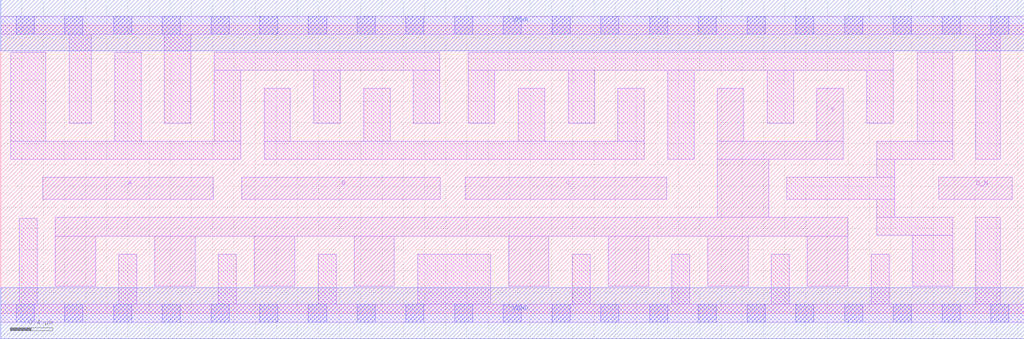
<source format=lef>
# Copyright 2020 The SkyWater PDK Authors
#
# Licensed under the Apache License, Version 2.0 (the "License");
# you may not use this file except in compliance with the License.
# You may obtain a copy of the License at
#
#     https://www.apache.org/licenses/LICENSE-2.0
#
# Unless required by applicable law or agreed to in writing, software
# distributed under the License is distributed on an "AS IS" BASIS,
# WITHOUT WARRANTIES OR CONDITIONS OF ANY KIND, either express or implied.
# See the License for the specific language governing permissions and
# limitations under the License.
#
# SPDX-License-Identifier: Apache-2.0

VERSION 5.7 ;
  NAMESCASESENSITIVE ON ;
  NOWIREEXTENSIONATPIN ON ;
  DIVIDERCHAR "/" ;
  BUSBITCHARS "[]" ;
UNITS
  DATABASE MICRONS 200 ;
END UNITS
PROPERTYDEFINITIONS
  MACRO maskLayoutSubType STRING ;
  MACRO prCellType STRING ;
  MACRO originalViewName STRING ;
END PROPERTYDEFINITIONS
MACRO sky130_fd_sc_hdll__nor4b_4
  CLASS CORE ;
  FOREIGN sky130_fd_sc_hdll__nor4b_4 ;
  ORIGIN  0.000000  0.000000 ;
  SIZE  9.660000 BY  2.720000 ;
  SYMMETRY X Y R90 ;
  SITE unithd ;
  PIN A
    ANTENNAGATEAREA  1.110000 ;
    DIRECTION INPUT ;
    USE SIGNAL ;
    PORT
      LAYER li1 ;
        RECT 0.395000 1.075000 2.005000 1.285000 ;
    END
  END A
  PIN B
    ANTENNAGATEAREA  1.110000 ;
    DIRECTION INPUT ;
    USE SIGNAL ;
    PORT
      LAYER li1 ;
        RECT 2.275000 1.075000 4.150000 1.285000 ;
    END
  END B
  PIN C
    ANTENNAGATEAREA  1.110000 ;
    DIRECTION INPUT ;
    USE SIGNAL ;
    PORT
      LAYER li1 ;
        RECT 4.385000 1.075000 6.285000 1.285000 ;
    END
  END C
  PIN D_N
    ANTENNAGATEAREA  0.277500 ;
    DIRECTION INPUT ;
    USE SIGNAL ;
    PORT
      LAYER li1 ;
        RECT 8.855000 1.075000 9.550000 1.285000 ;
    END
  END D_N
  PIN Y
    ANTENNADIFFAREA  2.341500 ;
    DIRECTION OUTPUT ;
    USE SIGNAL ;
    PORT
      LAYER li1 ;
        RECT 0.515000 0.255000 0.895000 0.725000 ;
        RECT 0.515000 0.725000 7.995000 0.905000 ;
        RECT 1.455000 0.255000 1.835000 0.725000 ;
        RECT 2.395000 0.255000 2.775000 0.725000 ;
        RECT 3.335000 0.255000 3.715000 0.725000 ;
        RECT 4.795000 0.255000 5.175000 0.725000 ;
        RECT 5.735000 0.255000 6.115000 0.725000 ;
        RECT 6.675000 0.255000 7.055000 0.725000 ;
        RECT 6.765000 0.905000 7.250000 1.455000 ;
        RECT 6.765000 1.455000 7.955000 1.625000 ;
        RECT 6.765000 1.625000 7.015000 2.125000 ;
        RECT 7.615000 0.255000 7.995000 0.725000 ;
        RECT 7.705000 1.625000 7.955000 2.125000 ;
    END
  END Y
  PIN VGND
    DIRECTION INOUT ;
    USE GROUND ;
    PORT
      LAYER met1 ;
        RECT 0.000000 -0.240000 9.660000 0.240000 ;
    END
  END VGND
  PIN VPWR
    DIRECTION INOUT ;
    USE POWER ;
    PORT
      LAYER met1 ;
        RECT 0.000000 2.480000 9.660000 2.960000 ;
    END
  END VPWR
  OBS
    LAYER li1 ;
      RECT 0.000000 -0.085000 9.660000 0.085000 ;
      RECT 0.000000  2.635000 9.660000 2.805000 ;
      RECT 0.095000  1.455000 2.265000 1.625000 ;
      RECT 0.095000  1.625000 0.425000 2.465000 ;
      RECT 0.175000  0.085000 0.345000 0.895000 ;
      RECT 0.645000  1.795000 0.855000 2.635000 ;
      RECT 1.075000  1.625000 1.325000 2.465000 ;
      RECT 1.115000  0.085000 1.285000 0.555000 ;
      RECT 1.545000  1.795000 1.795000 2.635000 ;
      RECT 2.015000  1.625000 2.265000 2.295000 ;
      RECT 2.015000  2.295000 4.145000 2.465000 ;
      RECT 2.055000  0.085000 2.225000 0.555000 ;
      RECT 2.485000  1.455000 6.075000 1.625000 ;
      RECT 2.485000  1.625000 2.735000 2.125000 ;
      RECT 2.955000  1.795000 3.205000 2.295000 ;
      RECT 2.995000  0.085000 3.165000 0.555000 ;
      RECT 3.425000  1.625000 3.675000 2.125000 ;
      RECT 3.895000  1.795000 4.145000 2.295000 ;
      RECT 3.935000  0.085000 4.625000 0.555000 ;
      RECT 4.415000  1.795000 4.665000 2.295000 ;
      RECT 4.415000  2.295000 8.425000 2.465000 ;
      RECT 4.885000  1.625000 5.135000 2.125000 ;
      RECT 5.355000  1.795000 5.605000 2.295000 ;
      RECT 5.395000  0.085000 5.565000 0.555000 ;
      RECT 5.825000  1.625000 6.075000 2.125000 ;
      RECT 6.295000  1.455000 6.545000 2.295000 ;
      RECT 6.335000  0.085000 6.505000 0.555000 ;
      RECT 7.235000  1.795000 7.485000 2.295000 ;
      RECT 7.275000  0.085000 7.445000 0.555000 ;
      RECT 7.420000  1.075000 8.440000 1.285000 ;
      RECT 8.175000  1.795000 8.425000 2.295000 ;
      RECT 8.215000  0.085000 8.385000 0.555000 ;
      RECT 8.270000  0.735000 8.985000 0.905000 ;
      RECT 8.270000  0.905000 8.440000 1.075000 ;
      RECT 8.270000  1.285000 8.440000 1.455000 ;
      RECT 8.270000  1.455000 8.985000 1.625000 ;
      RECT 8.610000  0.255000 8.985000 0.735000 ;
      RECT 8.650000  1.625000 8.985000 2.465000 ;
      RECT 9.205000  0.085000 9.435000 0.905000 ;
      RECT 9.205000  1.455000 9.435000 2.635000 ;
    LAYER mcon ;
      RECT 0.145000 -0.085000 0.315000 0.085000 ;
      RECT 0.145000  2.635000 0.315000 2.805000 ;
      RECT 0.605000 -0.085000 0.775000 0.085000 ;
      RECT 0.605000  2.635000 0.775000 2.805000 ;
      RECT 1.065000 -0.085000 1.235000 0.085000 ;
      RECT 1.065000  2.635000 1.235000 2.805000 ;
      RECT 1.525000 -0.085000 1.695000 0.085000 ;
      RECT 1.525000  2.635000 1.695000 2.805000 ;
      RECT 1.985000 -0.085000 2.155000 0.085000 ;
      RECT 1.985000  2.635000 2.155000 2.805000 ;
      RECT 2.445000 -0.085000 2.615000 0.085000 ;
      RECT 2.445000  2.635000 2.615000 2.805000 ;
      RECT 2.905000 -0.085000 3.075000 0.085000 ;
      RECT 2.905000  2.635000 3.075000 2.805000 ;
      RECT 3.365000 -0.085000 3.535000 0.085000 ;
      RECT 3.365000  2.635000 3.535000 2.805000 ;
      RECT 3.825000 -0.085000 3.995000 0.085000 ;
      RECT 3.825000  2.635000 3.995000 2.805000 ;
      RECT 4.285000 -0.085000 4.455000 0.085000 ;
      RECT 4.285000  2.635000 4.455000 2.805000 ;
      RECT 4.745000 -0.085000 4.915000 0.085000 ;
      RECT 4.745000  2.635000 4.915000 2.805000 ;
      RECT 5.205000 -0.085000 5.375000 0.085000 ;
      RECT 5.205000  2.635000 5.375000 2.805000 ;
      RECT 5.665000 -0.085000 5.835000 0.085000 ;
      RECT 5.665000  2.635000 5.835000 2.805000 ;
      RECT 6.125000 -0.085000 6.295000 0.085000 ;
      RECT 6.125000  2.635000 6.295000 2.805000 ;
      RECT 6.585000 -0.085000 6.755000 0.085000 ;
      RECT 6.585000  2.635000 6.755000 2.805000 ;
      RECT 7.045000 -0.085000 7.215000 0.085000 ;
      RECT 7.045000  2.635000 7.215000 2.805000 ;
      RECT 7.505000 -0.085000 7.675000 0.085000 ;
      RECT 7.505000  2.635000 7.675000 2.805000 ;
      RECT 7.965000 -0.085000 8.135000 0.085000 ;
      RECT 7.965000  2.635000 8.135000 2.805000 ;
      RECT 8.425000 -0.085000 8.595000 0.085000 ;
      RECT 8.425000  2.635000 8.595000 2.805000 ;
      RECT 8.885000 -0.085000 9.055000 0.085000 ;
      RECT 8.885000  2.635000 9.055000 2.805000 ;
      RECT 9.345000 -0.085000 9.515000 0.085000 ;
      RECT 9.345000  2.635000 9.515000 2.805000 ;
  END
  PROPERTY maskLayoutSubType "abstract" ;
  PROPERTY prCellType "standard" ;
  PROPERTY originalViewName "layout" ;
END sky130_fd_sc_hdll__nor4b_4
END LIBRARY

</source>
